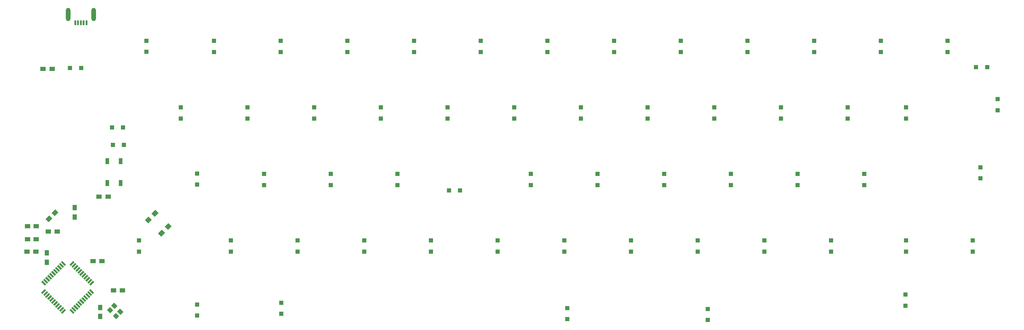
<source format=gbp>
G04 #@! TF.FileFunction,Paste,Bot*
%FSLAX46Y46*%
G04 Gerber Fmt 4.6, Leading zero omitted, Abs format (unit mm)*
G04 Created by KiCad (PCBNEW 4.0.5+dfsg1-4) date Mon May  8 00:20:08 2017*
%MOMM*%
%LPD*%
G01*
G04 APERTURE LIST*
%ADD10C,0.100000*%
%ADD11R,1.500000X1.250000*%
%ADD12R,1.250000X1.500000*%
%ADD13R,1.200000X1.200000*%
%ADD14R,0.500000X1.400000*%
%ADD15O,1.300000X3.800000*%
%ADD16R,1.500000X1.300000*%
%ADD17R,1.300000X1.500000*%
%ADD18R,1.000000X1.700000*%
G04 APERTURE END LIST*
D10*
G36*
X83537958Y-170916280D02*
X83926866Y-171305188D01*
X82866206Y-172365848D01*
X82477298Y-171976940D01*
X83537958Y-170916280D01*
X83537958Y-170916280D01*
G37*
G36*
X84103643Y-171481966D02*
X84492551Y-171870874D01*
X83431891Y-172931534D01*
X83042983Y-172542626D01*
X84103643Y-171481966D01*
X84103643Y-171481966D01*
G37*
G36*
X84669328Y-172047651D02*
X85058236Y-172436559D01*
X83997576Y-173497219D01*
X83608668Y-173108311D01*
X84669328Y-172047651D01*
X84669328Y-172047651D01*
G37*
G36*
X85235014Y-172613336D02*
X85623922Y-173002244D01*
X84563262Y-174062904D01*
X84174354Y-173673996D01*
X85235014Y-172613336D01*
X85235014Y-172613336D01*
G37*
G36*
X85800699Y-173179022D02*
X86189607Y-173567930D01*
X85128947Y-174628590D01*
X84740039Y-174239682D01*
X85800699Y-173179022D01*
X85800699Y-173179022D01*
G37*
G36*
X86366385Y-173744707D02*
X86755293Y-174133615D01*
X85694633Y-175194275D01*
X85305725Y-174805367D01*
X86366385Y-173744707D01*
X86366385Y-173744707D01*
G37*
G36*
X86932070Y-174310393D02*
X87320978Y-174699301D01*
X86260318Y-175759961D01*
X85871410Y-175371053D01*
X86932070Y-174310393D01*
X86932070Y-174310393D01*
G37*
G36*
X87497756Y-174876078D02*
X87886664Y-175264986D01*
X86826004Y-176325646D01*
X86437096Y-175936738D01*
X87497756Y-174876078D01*
X87497756Y-174876078D01*
G37*
G36*
X88063441Y-175441764D02*
X88452349Y-175830672D01*
X87391689Y-176891332D01*
X87002781Y-176502424D01*
X88063441Y-175441764D01*
X88063441Y-175441764D01*
G37*
G36*
X88629126Y-176007449D02*
X89018034Y-176396357D01*
X87957374Y-177457017D01*
X87568466Y-177068109D01*
X88629126Y-176007449D01*
X88629126Y-176007449D01*
G37*
G36*
X89194812Y-176573134D02*
X89583720Y-176962042D01*
X88523060Y-178022702D01*
X88134152Y-177633794D01*
X89194812Y-176573134D01*
X89194812Y-176573134D01*
G37*
G36*
X89583720Y-180037958D02*
X89194812Y-180426866D01*
X88134152Y-179366206D01*
X88523060Y-178977298D01*
X89583720Y-180037958D01*
X89583720Y-180037958D01*
G37*
G36*
X89018034Y-180603643D02*
X88629126Y-180992551D01*
X87568466Y-179931891D01*
X87957374Y-179542983D01*
X89018034Y-180603643D01*
X89018034Y-180603643D01*
G37*
G36*
X88452349Y-181169328D02*
X88063441Y-181558236D01*
X87002781Y-180497576D01*
X87391689Y-180108668D01*
X88452349Y-181169328D01*
X88452349Y-181169328D01*
G37*
G36*
X87886664Y-181735014D02*
X87497756Y-182123922D01*
X86437096Y-181063262D01*
X86826004Y-180674354D01*
X87886664Y-181735014D01*
X87886664Y-181735014D01*
G37*
G36*
X87320978Y-182300699D02*
X86932070Y-182689607D01*
X85871410Y-181628947D01*
X86260318Y-181240039D01*
X87320978Y-182300699D01*
X87320978Y-182300699D01*
G37*
G36*
X86755293Y-182866385D02*
X86366385Y-183255293D01*
X85305725Y-182194633D01*
X85694633Y-181805725D01*
X86755293Y-182866385D01*
X86755293Y-182866385D01*
G37*
G36*
X86189607Y-183432070D02*
X85800699Y-183820978D01*
X84740039Y-182760318D01*
X85128947Y-182371410D01*
X86189607Y-183432070D01*
X86189607Y-183432070D01*
G37*
G36*
X85623922Y-183997756D02*
X85235014Y-184386664D01*
X84174354Y-183326004D01*
X84563262Y-182937096D01*
X85623922Y-183997756D01*
X85623922Y-183997756D01*
G37*
G36*
X85058236Y-184563441D02*
X84669328Y-184952349D01*
X83608668Y-183891689D01*
X83997576Y-183502781D01*
X85058236Y-184563441D01*
X85058236Y-184563441D01*
G37*
G36*
X84492551Y-185129126D02*
X84103643Y-185518034D01*
X83042983Y-184457374D01*
X83431891Y-184068466D01*
X84492551Y-185129126D01*
X84492551Y-185129126D01*
G37*
G36*
X83926866Y-185694812D02*
X83537958Y-186083720D01*
X82477298Y-185023060D01*
X82866206Y-184634152D01*
X83926866Y-185694812D01*
X83926866Y-185694812D01*
G37*
G36*
X81133794Y-184634152D02*
X81522702Y-185023060D01*
X80462042Y-186083720D01*
X80073134Y-185694812D01*
X81133794Y-184634152D01*
X81133794Y-184634152D01*
G37*
G36*
X80568109Y-184068466D02*
X80957017Y-184457374D01*
X79896357Y-185518034D01*
X79507449Y-185129126D01*
X80568109Y-184068466D01*
X80568109Y-184068466D01*
G37*
G36*
X80002424Y-183502781D02*
X80391332Y-183891689D01*
X79330672Y-184952349D01*
X78941764Y-184563441D01*
X80002424Y-183502781D01*
X80002424Y-183502781D01*
G37*
G36*
X79436738Y-182937096D02*
X79825646Y-183326004D01*
X78764986Y-184386664D01*
X78376078Y-183997756D01*
X79436738Y-182937096D01*
X79436738Y-182937096D01*
G37*
G36*
X78871053Y-182371410D02*
X79259961Y-182760318D01*
X78199301Y-183820978D01*
X77810393Y-183432070D01*
X78871053Y-182371410D01*
X78871053Y-182371410D01*
G37*
G36*
X78305367Y-181805725D02*
X78694275Y-182194633D01*
X77633615Y-183255293D01*
X77244707Y-182866385D01*
X78305367Y-181805725D01*
X78305367Y-181805725D01*
G37*
G36*
X77739682Y-181240039D02*
X78128590Y-181628947D01*
X77067930Y-182689607D01*
X76679022Y-182300699D01*
X77739682Y-181240039D01*
X77739682Y-181240039D01*
G37*
G36*
X77173996Y-180674354D02*
X77562904Y-181063262D01*
X76502244Y-182123922D01*
X76113336Y-181735014D01*
X77173996Y-180674354D01*
X77173996Y-180674354D01*
G37*
G36*
X76608311Y-180108668D02*
X76997219Y-180497576D01*
X75936559Y-181558236D01*
X75547651Y-181169328D01*
X76608311Y-180108668D01*
X76608311Y-180108668D01*
G37*
G36*
X76042626Y-179542983D02*
X76431534Y-179931891D01*
X75370874Y-180992551D01*
X74981966Y-180603643D01*
X76042626Y-179542983D01*
X76042626Y-179542983D01*
G37*
G36*
X75476940Y-178977298D02*
X75865848Y-179366206D01*
X74805188Y-180426866D01*
X74416280Y-180037958D01*
X75476940Y-178977298D01*
X75476940Y-178977298D01*
G37*
G36*
X75865848Y-177633794D02*
X75476940Y-178022702D01*
X74416280Y-176962042D01*
X74805188Y-176573134D01*
X75865848Y-177633794D01*
X75865848Y-177633794D01*
G37*
G36*
X76431534Y-177068109D02*
X76042626Y-177457017D01*
X74981966Y-176396357D01*
X75370874Y-176007449D01*
X76431534Y-177068109D01*
X76431534Y-177068109D01*
G37*
G36*
X76997219Y-176502424D02*
X76608311Y-176891332D01*
X75547651Y-175830672D01*
X75936559Y-175441764D01*
X76997219Y-176502424D01*
X76997219Y-176502424D01*
G37*
G36*
X77562904Y-175936738D02*
X77173996Y-176325646D01*
X76113336Y-175264986D01*
X76502244Y-174876078D01*
X77562904Y-175936738D01*
X77562904Y-175936738D01*
G37*
G36*
X78128590Y-175371053D02*
X77739682Y-175759961D01*
X76679022Y-174699301D01*
X77067930Y-174310393D01*
X78128590Y-175371053D01*
X78128590Y-175371053D01*
G37*
G36*
X78694275Y-174805367D02*
X78305367Y-175194275D01*
X77244707Y-174133615D01*
X77633615Y-173744707D01*
X78694275Y-174805367D01*
X78694275Y-174805367D01*
G37*
G36*
X79259961Y-174239682D02*
X78871053Y-174628590D01*
X77810393Y-173567930D01*
X78199301Y-173179022D01*
X79259961Y-174239682D01*
X79259961Y-174239682D01*
G37*
G36*
X79825646Y-173673996D02*
X79436738Y-174062904D01*
X78376078Y-173002244D01*
X78764986Y-172613336D01*
X79825646Y-173673996D01*
X79825646Y-173673996D01*
G37*
G36*
X80391332Y-173108311D02*
X80002424Y-173497219D01*
X78941764Y-172436559D01*
X79330672Y-172047651D01*
X80391332Y-173108311D01*
X80391332Y-173108311D01*
G37*
G36*
X80957017Y-172542626D02*
X80568109Y-172931534D01*
X79507449Y-171870874D01*
X79896357Y-171481966D01*
X80957017Y-172542626D01*
X80957017Y-172542626D01*
G37*
G36*
X81522702Y-171976940D02*
X81133794Y-172365848D01*
X80073134Y-171305188D01*
X80462042Y-170916280D01*
X81522702Y-171976940D01*
X81522702Y-171976940D01*
G37*
D11*
X97600000Y-179350000D03*
X95100000Y-179350000D03*
D12*
X91275000Y-186800000D03*
X91275000Y-184300000D03*
D11*
X70375000Y-168325000D03*
X72875000Y-168325000D03*
D10*
G36*
X78472271Y-156143845D02*
X79356155Y-157027729D01*
X78295495Y-158088389D01*
X77411611Y-157204505D01*
X78472271Y-156143845D01*
X78472271Y-156143845D01*
G37*
G36*
X76704505Y-157911611D02*
X77588389Y-158795495D01*
X76527729Y-159856155D01*
X75643845Y-158972271D01*
X76704505Y-157911611D01*
X76704505Y-157911611D01*
G37*
D11*
X70500000Y-161000000D03*
X73000000Y-161000000D03*
X79000000Y-162500000D03*
X76500000Y-162500000D03*
X70500000Y-164750000D03*
X73000000Y-164750000D03*
X89250000Y-171000000D03*
X91750000Y-171000000D03*
D13*
X82675000Y-115750000D03*
X85825000Y-115750000D03*
X104500000Y-107925000D03*
X104500000Y-111075000D03*
X123825000Y-107962500D03*
X123825000Y-111112500D03*
X142875000Y-107962500D03*
X142875000Y-111112500D03*
X161925000Y-107962500D03*
X161925000Y-111112500D03*
X180975000Y-107962500D03*
X180975000Y-111112500D03*
X200025000Y-107962500D03*
X200025000Y-111112500D03*
X219075000Y-107962500D03*
X219075000Y-111112500D03*
X238125000Y-107962500D03*
X238125000Y-111112500D03*
X257175000Y-107962500D03*
X257175000Y-111112500D03*
X276225000Y-107962500D03*
X276225000Y-111112500D03*
X295275000Y-107962500D03*
X295275000Y-111112500D03*
X314325000Y-107962500D03*
X314325000Y-111112500D03*
X94675000Y-132750000D03*
X97825000Y-132750000D03*
X114300000Y-127012500D03*
X114300000Y-130162500D03*
X133350000Y-127012500D03*
X133350000Y-130162500D03*
X152400000Y-127012500D03*
X152400000Y-130162500D03*
X171450000Y-127012500D03*
X171450000Y-130162500D03*
X190500000Y-127012500D03*
X190500000Y-130162500D03*
X209550000Y-127012500D03*
X209550000Y-130162500D03*
X228600000Y-127012500D03*
X228600000Y-130162500D03*
X247650000Y-127012500D03*
X247650000Y-130162500D03*
X266700000Y-127012500D03*
X266700000Y-130162500D03*
X285750000Y-127012500D03*
X285750000Y-130162500D03*
X304800000Y-127012500D03*
X304800000Y-130162500D03*
X321468750Y-127012500D03*
X321468750Y-130162500D03*
X94925000Y-137750000D03*
X98075000Y-137750000D03*
X119000000Y-145925000D03*
X119000000Y-149075000D03*
X138112500Y-146062500D03*
X138112500Y-149212500D03*
X157162500Y-146062500D03*
X157162500Y-149212500D03*
X176212500Y-146062500D03*
X176212500Y-149212500D03*
X190900000Y-150800000D03*
X194050000Y-150800000D03*
X214312500Y-146062500D03*
X214312500Y-149212500D03*
X233362500Y-146062500D03*
X233362500Y-149212500D03*
X252412500Y-146062500D03*
X252412500Y-149212500D03*
X271462500Y-146062500D03*
X271462500Y-149212500D03*
X290512500Y-146062500D03*
X290512500Y-149212500D03*
X309562500Y-146062500D03*
X309562500Y-149212500D03*
X342750000Y-144175000D03*
X342750000Y-147325000D03*
X102393750Y-165112500D03*
X102393750Y-168262500D03*
X128587500Y-165112500D03*
X128587500Y-168262500D03*
X147637500Y-165112500D03*
X147637500Y-168262500D03*
X166687500Y-165112500D03*
X166687500Y-168262500D03*
X185737500Y-165112500D03*
X185737500Y-168262500D03*
X204787500Y-165112500D03*
X204787500Y-168262500D03*
X223837500Y-165112500D03*
X223837500Y-168262500D03*
X242887500Y-165112500D03*
X242887500Y-168262500D03*
X261937500Y-165112500D03*
X261937500Y-168262500D03*
X280987500Y-165112500D03*
X280987500Y-168262500D03*
X300037500Y-165112500D03*
X300037500Y-168262500D03*
X321468750Y-165112500D03*
X321468750Y-168262500D03*
X340518750Y-165112500D03*
X340518750Y-168262500D03*
X119000000Y-183425000D03*
X119000000Y-186575000D03*
X143000000Y-182925000D03*
X143000000Y-186075000D03*
X224750000Y-184425000D03*
X224750000Y-187575000D03*
X264875000Y-184725000D03*
X264875000Y-187875000D03*
X321325000Y-180600000D03*
X321325000Y-183750000D03*
X344650000Y-115475000D03*
X341500000Y-115475000D03*
X333375000Y-107962500D03*
X333375000Y-111112500D03*
X347662500Y-124631250D03*
X347662500Y-127781250D03*
D14*
X84150000Y-102750000D03*
X84950000Y-102750000D03*
X85750000Y-102750000D03*
X86550000Y-102750000D03*
X87350000Y-102750000D03*
D15*
X82100000Y-100350000D03*
X89400000Y-100350000D03*
D16*
X90900000Y-152500000D03*
X93600000Y-152500000D03*
D17*
X76000000Y-171350000D03*
X76000000Y-168650000D03*
D10*
G36*
X104974695Y-160194543D02*
X104055457Y-159275305D01*
X105116117Y-158214645D01*
X106035355Y-159133883D01*
X104974695Y-160194543D01*
X104974695Y-160194543D01*
G37*
G36*
X106883883Y-158285355D02*
X105964645Y-157366117D01*
X107025305Y-156305457D01*
X107944543Y-157224695D01*
X106883883Y-158285355D01*
X106883883Y-158285355D01*
G37*
G36*
X110775305Y-160055457D02*
X111694543Y-160974695D01*
X110633883Y-162035355D01*
X109714645Y-161116117D01*
X110775305Y-160055457D01*
X110775305Y-160055457D01*
G37*
G36*
X108866117Y-161964645D02*
X109785355Y-162883883D01*
X108724695Y-163944543D01*
X107805457Y-163025305D01*
X108866117Y-161964645D01*
X108866117Y-161964645D01*
G37*
D18*
X97150000Y-148650000D03*
X97150000Y-142350000D03*
X93350000Y-148650000D03*
X93350000Y-142350000D03*
D10*
G36*
X93181192Y-184931802D02*
X94029720Y-184083274D01*
X95019670Y-185073224D01*
X94171142Y-185921752D01*
X93181192Y-184931802D01*
X93181192Y-184931802D01*
G37*
G36*
X94878248Y-186628858D02*
X95726776Y-185780330D01*
X96716726Y-186770280D01*
X95868198Y-187618808D01*
X94878248Y-186628858D01*
X94878248Y-186628858D01*
G37*
G36*
X94383274Y-183729720D02*
X95231802Y-182881192D01*
X96221752Y-183871142D01*
X95373224Y-184719670D01*
X94383274Y-183729720D01*
X94383274Y-183729720D01*
G37*
G36*
X96080330Y-185426776D02*
X96928858Y-184578248D01*
X97918808Y-185568198D01*
X97070280Y-186416726D01*
X96080330Y-185426776D01*
X96080330Y-185426776D01*
G37*
D16*
X74900000Y-116000000D03*
X77600000Y-116000000D03*
D17*
X84000000Y-158350000D03*
X84000000Y-155650000D03*
M02*

</source>
